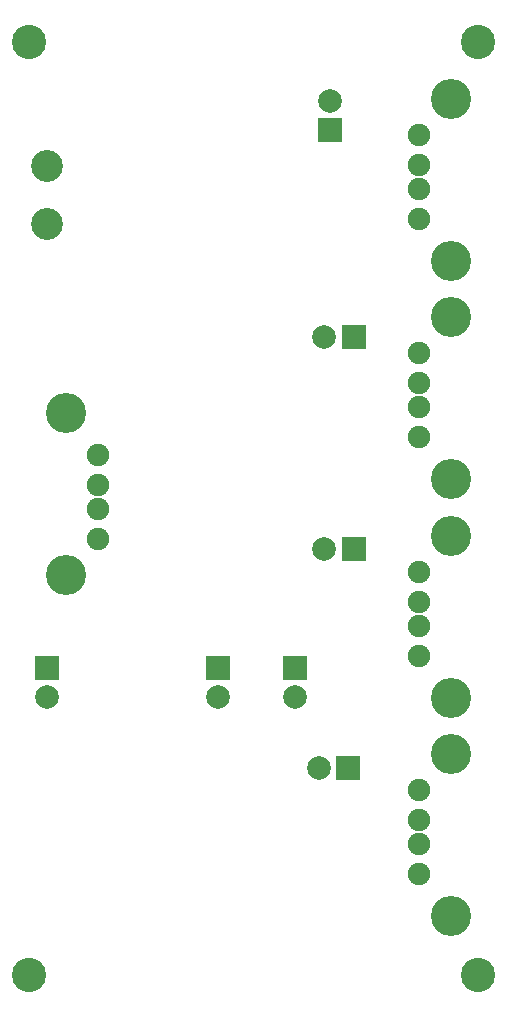
<source format=gbr>
G04 #@! TF.FileFunction,Soldermask,Bot*
%FSLAX46Y46*%
G04 Gerber Fmt 4.6, Leading zero omitted, Abs format (unit mm)*
G04 Created by KiCad (PCBNEW 4.0.5) date 08/02/17 15:31:24*
%MOMM*%
%LPD*%
G01*
G04 APERTURE LIST*
%ADD10C,0.100000*%
%ADD11C,2.900000*%
%ADD12R,2.000000X2.000000*%
%ADD13C,2.000000*%
%ADD14C,1.900000*%
%ADD15C,3.400000*%
%ADD16C,2.700000*%
G04 APERTURE END LIST*
D10*
D11*
X166000000Y-45500000D03*
X166000000Y-124500000D03*
X128000000Y-124500000D03*
D12*
X155500000Y-70500000D03*
D13*
X153000000Y-70500000D03*
D12*
X155500000Y-88500000D03*
D13*
X153000000Y-88500000D03*
D12*
X129500000Y-98500000D03*
D13*
X129500000Y-101000000D03*
D12*
X144000000Y-98500000D03*
D13*
X144000000Y-101000000D03*
D12*
X150500000Y-98500000D03*
D13*
X150500000Y-101000000D03*
D14*
X161000000Y-71890000D03*
X161000000Y-74430000D03*
X161000000Y-76460000D03*
X161000000Y-79000000D03*
D15*
X163670000Y-68840000D03*
X163670000Y-82560000D03*
D14*
X161000000Y-90390000D03*
X161000000Y-92930000D03*
X161000000Y-94960000D03*
X161000000Y-97500000D03*
D15*
X163670000Y-87340000D03*
X163670000Y-101060000D03*
D14*
X161000000Y-53390000D03*
X161000000Y-55930000D03*
X161000000Y-57960000D03*
X161000000Y-60500000D03*
D15*
X163670000Y-50340000D03*
X163670000Y-64060000D03*
D14*
X133800000Y-87610000D03*
X133800000Y-85070000D03*
X133800000Y-83040000D03*
X133800000Y-80500000D03*
D15*
X131130000Y-90660000D03*
X131130000Y-76940000D03*
D14*
X161000000Y-108890000D03*
X161000000Y-111430000D03*
X161000000Y-113460000D03*
X161000000Y-116000000D03*
D15*
X163670000Y-105840000D03*
X163670000Y-119560000D03*
D12*
X153500000Y-53000000D03*
D13*
X153500000Y-50500000D03*
D12*
X155000000Y-107000000D03*
D13*
X152500000Y-107000000D03*
D16*
X129500000Y-56000000D03*
X129500000Y-60900000D03*
D11*
X128000000Y-45500000D03*
M02*

</source>
